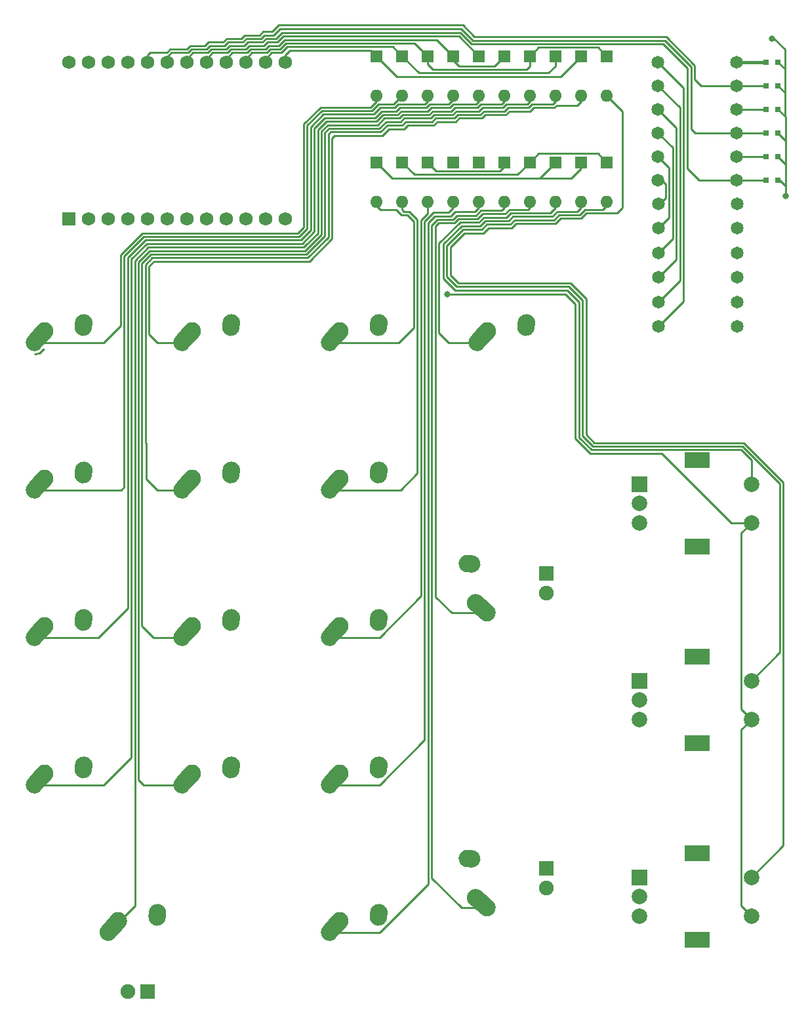
<source format=gtl>
%TF.GenerationSoftware,KiCad,Pcbnew,(5.1.10)-1*%
%TF.CreationDate,2021-10-28T11:13:53+08:00*%
%TF.ProjectId,EGPad,45475061-642e-46b6-9963-61645f706362,rev?*%
%TF.SameCoordinates,Original*%
%TF.FileFunction,Copper,L1,Top*%
%TF.FilePolarity,Positive*%
%FSLAX46Y46*%
G04 Gerber Fmt 4.6, Leading zero omitted, Abs format (unit mm)*
G04 Created by KiCad (PCBNEW (5.1.10)-1) date 2021-10-28 11:13:53*
%MOMM*%
%LPD*%
G01*
G04 APERTURE LIST*
%TA.AperFunction,ComponentPad*%
%ADD10C,2.250000*%
%TD*%
%TA.AperFunction,ComponentPad*%
%ADD11C,1.905000*%
%TD*%
%TA.AperFunction,ComponentPad*%
%ADD12R,1.905000X1.905000*%
%TD*%
%TA.AperFunction,ComponentPad*%
%ADD13R,1.600000X1.600000*%
%TD*%
%TA.AperFunction,ComponentPad*%
%ADD14O,1.600000X1.600000*%
%TD*%
%TA.AperFunction,ComponentPad*%
%ADD15C,1.752600*%
%TD*%
%TA.AperFunction,ComponentPad*%
%ADD16R,1.752600X1.752600*%
%TD*%
%TA.AperFunction,ComponentPad*%
%ADD17C,2.000000*%
%TD*%
%TA.AperFunction,WasherPad*%
%ADD18R,3.200000X2.000000*%
%TD*%
%TA.AperFunction,ComponentPad*%
%ADD19R,2.000000X2.000000*%
%TD*%
%TA.AperFunction,ComponentPad*%
%ADD20C,1.651000*%
%TD*%
%TA.AperFunction,SMDPad,CuDef*%
%ADD21R,0.800000X0.750000*%
%TD*%
%TA.AperFunction,ViaPad*%
%ADD22C,0.800000*%
%TD*%
%TA.AperFunction,Conductor*%
%ADD23C,0.254000*%
%TD*%
%TA.AperFunction,Conductor*%
%ADD24C,0.381000*%
%TD*%
G04 APERTURE END LIST*
D10*
%TO.P,MX15,2*%
%TO.N,Net-(D15-Pad2)*%
X157043750Y-69818750D03*
%TA.AperFunction,ComponentPad*%
G36*
G01*
X154980978Y-72114788D02*
X154980978Y-72114788D01*
G75*
G02*
X154897712Y-70525978I752772J836038D01*
G01*
X156210250Y-69068258D01*
G75*
G02*
X157799060Y-68984992I836038J-752772D01*
G01*
X157799060Y-68984992D01*
G75*
G02*
X157882326Y-70573802I-752772J-836038D01*
G01*
X156569788Y-72031522D01*
G75*
G02*
X154980978Y-72114788I-836038J752772D01*
G01*
G37*
%TD.AperFunction*%
%TO.P,MX15,1*%
%TO.N,COL4*%
X162083750Y-68738750D03*
%TA.AperFunction,ComponentPad*%
G36*
G01*
X161965274Y-70441010D02*
X161965274Y-70441010D01*
G75*
G02*
X160921490Y-69240274I78476J1122260D01*
G01*
X160962044Y-68660312D01*
G75*
G02*
X162162780Y-67616528I1122260J-78476D01*
G01*
X162162780Y-67616528D01*
G75*
G02*
X163206564Y-68817264I-78476J-1122260D01*
G01*
X163166010Y-69397226D01*
G75*
G02*
X161965274Y-70441010I-1122260J78476D01*
G01*
G37*
%TD.AperFunction*%
%TD*%
%TO.P,MX5,1*%
%TO.N,COL1*%
%TA.AperFunction,ComponentPad*%
G36*
G01*
X114340274Y-146641010D02*
X114340274Y-146641010D01*
G75*
G02*
X113296490Y-145440274I78476J1122260D01*
G01*
X113337044Y-144860312D01*
G75*
G02*
X114537780Y-143816528I1122260J-78476D01*
G01*
X114537780Y-143816528D01*
G75*
G02*
X115581564Y-145017264I-78476J-1122260D01*
G01*
X115541010Y-145597226D01*
G75*
G02*
X114340274Y-146641010I-1122260J78476D01*
G01*
G37*
%TD.AperFunction*%
X114458750Y-144938750D03*
%TO.P,MX5,2*%
%TO.N,Net-(D5-Pad2)*%
%TA.AperFunction,ComponentPad*%
G36*
G01*
X107355978Y-148314788D02*
X107355978Y-148314788D01*
G75*
G02*
X107272712Y-146725978I752772J836038D01*
G01*
X108585250Y-145268258D01*
G75*
G02*
X110174060Y-145184992I836038J-752772D01*
G01*
X110174060Y-145184992D01*
G75*
G02*
X110257326Y-146773802I-752772J-836038D01*
G01*
X108944788Y-148231522D01*
G75*
G02*
X107355978Y-148314788I-836038J752772D01*
G01*
G37*
%TD.AperFunction*%
X109418750Y-146018750D03*
D11*
%TO.P,MX5,3*%
%TO.N,N/C*%
X110648750Y-155098750D03*
D12*
%TO.P,MX5,4*%
X113188750Y-155098750D03*
%TD*%
%TO.P,MX17,1*%
%TO.N,COL4*%
%TA.AperFunction,ComponentPad*%
G36*
G01*
X156166010Y-138072226D02*
X156166010Y-138072226D01*
G75*
G02*
X154965274Y-139116010I-1122260J78476D01*
G01*
X154385312Y-139075456D01*
G75*
G02*
X153341528Y-137874720I78476J1122260D01*
G01*
X153341528Y-137874720D01*
G75*
G02*
X154542264Y-136830936I1122260J-78476D01*
G01*
X155122226Y-136871490D01*
G75*
G02*
X156166010Y-138072226I-78476J-1122260D01*
G01*
G37*
%TD.AperFunction*%
D10*
X154463750Y-137953750D03*
%TO.P,MX17,2*%
%TO.N,Net-(D17-Pad2)*%
%TA.AperFunction,ComponentPad*%
G36*
G01*
X157839788Y-145056522D02*
X157839788Y-145056522D01*
G75*
G02*
X156250978Y-145139788I-836038J752772D01*
G01*
X154793258Y-143827250D01*
G75*
G02*
X154709992Y-142238440I752772J836038D01*
G01*
X154709992Y-142238440D01*
G75*
G02*
X156298802Y-142155174I836038J-752772D01*
G01*
X157756522Y-143467712D01*
G75*
G02*
X157839788Y-145056522I-752772J-836038D01*
G01*
G37*
%TD.AperFunction*%
X155543750Y-142993750D03*
D11*
%TO.P,MX17,3*%
%TO.N,N/C*%
X164623750Y-141763750D03*
D12*
%TO.P,MX17,4*%
X164623750Y-139223750D03*
%TD*%
%TO.P,MX16,1*%
%TO.N,COL4*%
%TA.AperFunction,ComponentPad*%
G36*
G01*
X156166010Y-99972226D02*
X156166010Y-99972226D01*
G75*
G02*
X154965274Y-101016010I-1122260J78476D01*
G01*
X154385312Y-100975456D01*
G75*
G02*
X153341528Y-99774720I78476J1122260D01*
G01*
X153341528Y-99774720D01*
G75*
G02*
X154542264Y-98730936I1122260J-78476D01*
G01*
X155122226Y-98771490D01*
G75*
G02*
X156166010Y-99972226I-78476J-1122260D01*
G01*
G37*
%TD.AperFunction*%
D10*
X154463750Y-99853750D03*
%TO.P,MX16,2*%
%TO.N,Net-(D16-Pad2)*%
%TA.AperFunction,ComponentPad*%
G36*
G01*
X157839788Y-106956522D02*
X157839788Y-106956522D01*
G75*
G02*
X156250978Y-107039788I-836038J752772D01*
G01*
X154793258Y-105727250D01*
G75*
G02*
X154709992Y-104138440I752772J836038D01*
G01*
X154709992Y-104138440D01*
G75*
G02*
X156298802Y-104055174I836038J-752772D01*
G01*
X157756522Y-105367712D01*
G75*
G02*
X157839788Y-106956522I-752772J-836038D01*
G01*
G37*
%TD.AperFunction*%
X155543750Y-104893750D03*
D11*
%TO.P,MX16,3*%
%TO.N,N/C*%
X164623750Y-103663750D03*
D12*
%TO.P,MX16,4*%
X164623750Y-101123750D03*
%TD*%
D10*
%TO.P,MX11,2*%
%TO.N,Net-(D11-Pad2)*%
X137993750Y-69818750D03*
%TA.AperFunction,ComponentPad*%
G36*
G01*
X135930978Y-72114788D02*
X135930978Y-72114788D01*
G75*
G02*
X135847712Y-70525978I752772J836038D01*
G01*
X137160250Y-69068258D01*
G75*
G02*
X138749060Y-68984992I836038J-752772D01*
G01*
X138749060Y-68984992D01*
G75*
G02*
X138832326Y-70573802I-752772J-836038D01*
G01*
X137519788Y-72031522D01*
G75*
G02*
X135930978Y-72114788I-836038J752772D01*
G01*
G37*
%TD.AperFunction*%
%TO.P,MX11,1*%
%TO.N,COL3*%
X143033750Y-68738750D03*
%TA.AperFunction,ComponentPad*%
G36*
G01*
X142915274Y-70441010D02*
X142915274Y-70441010D01*
G75*
G02*
X141871490Y-69240274I78476J1122260D01*
G01*
X141912044Y-68660312D01*
G75*
G02*
X143112780Y-67616528I1122260J-78476D01*
G01*
X143112780Y-67616528D01*
G75*
G02*
X144156564Y-68817264I-78476J-1122260D01*
G01*
X144116010Y-69397226D01*
G75*
G02*
X142915274Y-70441010I-1122260J78476D01*
G01*
G37*
%TD.AperFunction*%
%TD*%
%TO.P,MX8,2*%
%TO.N,Net-(D8-Pad2)*%
X118943750Y-107918750D03*
%TA.AperFunction,ComponentPad*%
G36*
G01*
X116880978Y-110214788D02*
X116880978Y-110214788D01*
G75*
G02*
X116797712Y-108625978I752772J836038D01*
G01*
X118110250Y-107168258D01*
G75*
G02*
X119699060Y-107084992I836038J-752772D01*
G01*
X119699060Y-107084992D01*
G75*
G02*
X119782326Y-108673802I-752772J-836038D01*
G01*
X118469788Y-110131522D01*
G75*
G02*
X116880978Y-110214788I-836038J752772D01*
G01*
G37*
%TD.AperFunction*%
%TO.P,MX8,1*%
%TO.N,COL2*%
X123983750Y-106838750D03*
%TA.AperFunction,ComponentPad*%
G36*
G01*
X123865274Y-108541010D02*
X123865274Y-108541010D01*
G75*
G02*
X122821490Y-107340274I78476J1122260D01*
G01*
X122862044Y-106760312D01*
G75*
G02*
X124062780Y-105716528I1122260J-78476D01*
G01*
X124062780Y-105716528D01*
G75*
G02*
X125106564Y-106917264I-78476J-1122260D01*
G01*
X125066010Y-107497226D01*
G75*
G02*
X123865274Y-108541010I-1122260J78476D01*
G01*
G37*
%TD.AperFunction*%
%TD*%
%TO.P,MX4,2*%
%TO.N,Net-(D4-Pad2)*%
X99893750Y-126968750D03*
%TA.AperFunction,ComponentPad*%
G36*
G01*
X97830978Y-129264788D02*
X97830978Y-129264788D01*
G75*
G02*
X97747712Y-127675978I752772J836038D01*
G01*
X99060250Y-126218258D01*
G75*
G02*
X100649060Y-126134992I836038J-752772D01*
G01*
X100649060Y-126134992D01*
G75*
G02*
X100732326Y-127723802I-752772J-836038D01*
G01*
X99419788Y-129181522D01*
G75*
G02*
X97830978Y-129264788I-836038J752772D01*
G01*
G37*
%TD.AperFunction*%
%TO.P,MX4,1*%
%TO.N,COL1*%
X104933750Y-125888750D03*
%TA.AperFunction,ComponentPad*%
G36*
G01*
X104815274Y-127591010D02*
X104815274Y-127591010D01*
G75*
G02*
X103771490Y-126390274I78476J1122260D01*
G01*
X103812044Y-125810312D01*
G75*
G02*
X105012780Y-124766528I1122260J-78476D01*
G01*
X105012780Y-124766528D01*
G75*
G02*
X106056564Y-125967264I-78476J-1122260D01*
G01*
X106016010Y-126547226D01*
G75*
G02*
X104815274Y-127591010I-1122260J78476D01*
G01*
G37*
%TD.AperFunction*%
%TD*%
%TO.P,MX14,2*%
%TO.N,Net-(D14-Pad2)*%
X137993750Y-126968750D03*
%TA.AperFunction,ComponentPad*%
G36*
G01*
X135930978Y-129264788D02*
X135930978Y-129264788D01*
G75*
G02*
X135847712Y-127675978I752772J836038D01*
G01*
X137160250Y-126218258D01*
G75*
G02*
X138749060Y-126134992I836038J-752772D01*
G01*
X138749060Y-126134992D01*
G75*
G02*
X138832326Y-127723802I-752772J-836038D01*
G01*
X137519788Y-129181522D01*
G75*
G02*
X135930978Y-129264788I-836038J752772D01*
G01*
G37*
%TD.AperFunction*%
%TO.P,MX14,1*%
%TO.N,COL3*%
X143033750Y-125888750D03*
%TA.AperFunction,ComponentPad*%
G36*
G01*
X142915274Y-127591010D02*
X142915274Y-127591010D01*
G75*
G02*
X141871490Y-126390274I78476J1122260D01*
G01*
X141912044Y-125810312D01*
G75*
G02*
X143112780Y-124766528I1122260J-78476D01*
G01*
X143112780Y-124766528D01*
G75*
G02*
X144156564Y-125967264I-78476J-1122260D01*
G01*
X144116010Y-126547226D01*
G75*
G02*
X142915274Y-127591010I-1122260J78476D01*
G01*
G37*
%TD.AperFunction*%
%TD*%
%TO.P,MX13,2*%
%TO.N,Net-(D13-Pad2)*%
X137993750Y-107918750D03*
%TA.AperFunction,ComponentPad*%
G36*
G01*
X135930978Y-110214788D02*
X135930978Y-110214788D01*
G75*
G02*
X135847712Y-108625978I752772J836038D01*
G01*
X137160250Y-107168258D01*
G75*
G02*
X138749060Y-107084992I836038J-752772D01*
G01*
X138749060Y-107084992D01*
G75*
G02*
X138832326Y-108673802I-752772J-836038D01*
G01*
X137519788Y-110131522D01*
G75*
G02*
X135930978Y-110214788I-836038J752772D01*
G01*
G37*
%TD.AperFunction*%
%TO.P,MX13,1*%
%TO.N,COL3*%
X143033750Y-106838750D03*
%TA.AperFunction,ComponentPad*%
G36*
G01*
X142915274Y-108541010D02*
X142915274Y-108541010D01*
G75*
G02*
X141871490Y-107340274I78476J1122260D01*
G01*
X141912044Y-106760312D01*
G75*
G02*
X143112780Y-105716528I1122260J-78476D01*
G01*
X143112780Y-105716528D01*
G75*
G02*
X144156564Y-106917264I-78476J-1122260D01*
G01*
X144116010Y-107497226D01*
G75*
G02*
X142915274Y-108541010I-1122260J78476D01*
G01*
G37*
%TD.AperFunction*%
%TD*%
%TO.P,MX12,2*%
%TO.N,Net-(D12-Pad2)*%
X137993750Y-88868750D03*
%TA.AperFunction,ComponentPad*%
G36*
G01*
X135930978Y-91164788D02*
X135930978Y-91164788D01*
G75*
G02*
X135847712Y-89575978I752772J836038D01*
G01*
X137160250Y-88118258D01*
G75*
G02*
X138749060Y-88034992I836038J-752772D01*
G01*
X138749060Y-88034992D01*
G75*
G02*
X138832326Y-89623802I-752772J-836038D01*
G01*
X137519788Y-91081522D01*
G75*
G02*
X135930978Y-91164788I-836038J752772D01*
G01*
G37*
%TD.AperFunction*%
%TO.P,MX12,1*%
%TO.N,COL3*%
X143033750Y-87788750D03*
%TA.AperFunction,ComponentPad*%
G36*
G01*
X142915274Y-89491010D02*
X142915274Y-89491010D01*
G75*
G02*
X141871490Y-88290274I78476J1122260D01*
G01*
X141912044Y-87710312D01*
G75*
G02*
X143112780Y-86666528I1122260J-78476D01*
G01*
X143112780Y-86666528D01*
G75*
G02*
X144156564Y-87867264I-78476J-1122260D01*
G01*
X144116010Y-88447226D01*
G75*
G02*
X142915274Y-89491010I-1122260J78476D01*
G01*
G37*
%TD.AperFunction*%
%TD*%
%TO.P,MX10,2*%
%TO.N,Net-(D10-Pad2)*%
X137993750Y-146018750D03*
%TA.AperFunction,ComponentPad*%
G36*
G01*
X135930978Y-148314788D02*
X135930978Y-148314788D01*
G75*
G02*
X135847712Y-146725978I752772J836038D01*
G01*
X137160250Y-145268258D01*
G75*
G02*
X138749060Y-145184992I836038J-752772D01*
G01*
X138749060Y-145184992D01*
G75*
G02*
X138832326Y-146773802I-752772J-836038D01*
G01*
X137519788Y-148231522D01*
G75*
G02*
X135930978Y-148314788I-836038J752772D01*
G01*
G37*
%TD.AperFunction*%
%TO.P,MX10,1*%
%TO.N,COL2*%
X143033750Y-144938750D03*
%TA.AperFunction,ComponentPad*%
G36*
G01*
X142915274Y-146641010D02*
X142915274Y-146641010D01*
G75*
G02*
X141871490Y-145440274I78476J1122260D01*
G01*
X141912044Y-144860312D01*
G75*
G02*
X143112780Y-143816528I1122260J-78476D01*
G01*
X143112780Y-143816528D01*
G75*
G02*
X144156564Y-145017264I-78476J-1122260D01*
G01*
X144116010Y-145597226D01*
G75*
G02*
X142915274Y-146641010I-1122260J78476D01*
G01*
G37*
%TD.AperFunction*%
%TD*%
%TO.P,MX9,2*%
%TO.N,Net-(D9-Pad2)*%
X118943750Y-126968750D03*
%TA.AperFunction,ComponentPad*%
G36*
G01*
X116880978Y-129264788D02*
X116880978Y-129264788D01*
G75*
G02*
X116797712Y-127675978I752772J836038D01*
G01*
X118110250Y-126218258D01*
G75*
G02*
X119699060Y-126134992I836038J-752772D01*
G01*
X119699060Y-126134992D01*
G75*
G02*
X119782326Y-127723802I-752772J-836038D01*
G01*
X118469788Y-129181522D01*
G75*
G02*
X116880978Y-129264788I-836038J752772D01*
G01*
G37*
%TD.AperFunction*%
%TO.P,MX9,1*%
%TO.N,COL2*%
X123983750Y-125888750D03*
%TA.AperFunction,ComponentPad*%
G36*
G01*
X123865274Y-127591010D02*
X123865274Y-127591010D01*
G75*
G02*
X122821490Y-126390274I78476J1122260D01*
G01*
X122862044Y-125810312D01*
G75*
G02*
X124062780Y-124766528I1122260J-78476D01*
G01*
X124062780Y-124766528D01*
G75*
G02*
X125106564Y-125967264I-78476J-1122260D01*
G01*
X125066010Y-126547226D01*
G75*
G02*
X123865274Y-127591010I-1122260J78476D01*
G01*
G37*
%TD.AperFunction*%
%TD*%
%TO.P,MX7,2*%
%TO.N,Net-(D7-Pad2)*%
X118943750Y-88868750D03*
%TA.AperFunction,ComponentPad*%
G36*
G01*
X116880978Y-91164788D02*
X116880978Y-91164788D01*
G75*
G02*
X116797712Y-89575978I752772J836038D01*
G01*
X118110250Y-88118258D01*
G75*
G02*
X119699060Y-88034992I836038J-752772D01*
G01*
X119699060Y-88034992D01*
G75*
G02*
X119782326Y-89623802I-752772J-836038D01*
G01*
X118469788Y-91081522D01*
G75*
G02*
X116880978Y-91164788I-836038J752772D01*
G01*
G37*
%TD.AperFunction*%
%TO.P,MX7,1*%
%TO.N,COL2*%
X123983750Y-87788750D03*
%TA.AperFunction,ComponentPad*%
G36*
G01*
X123865274Y-89491010D02*
X123865274Y-89491010D01*
G75*
G02*
X122821490Y-88290274I78476J1122260D01*
G01*
X122862044Y-87710312D01*
G75*
G02*
X124062780Y-86666528I1122260J-78476D01*
G01*
X124062780Y-86666528D01*
G75*
G02*
X125106564Y-87867264I-78476J-1122260D01*
G01*
X125066010Y-88447226D01*
G75*
G02*
X123865274Y-89491010I-1122260J78476D01*
G01*
G37*
%TD.AperFunction*%
%TD*%
%TO.P,MX6,2*%
%TO.N,Net-(D6-Pad2)*%
X118943750Y-69818750D03*
%TA.AperFunction,ComponentPad*%
G36*
G01*
X116880978Y-72114788D02*
X116880978Y-72114788D01*
G75*
G02*
X116797712Y-70525978I752772J836038D01*
G01*
X118110250Y-69068258D01*
G75*
G02*
X119699060Y-68984992I836038J-752772D01*
G01*
X119699060Y-68984992D01*
G75*
G02*
X119782326Y-70573802I-752772J-836038D01*
G01*
X118469788Y-72031522D01*
G75*
G02*
X116880978Y-72114788I-836038J752772D01*
G01*
G37*
%TD.AperFunction*%
%TO.P,MX6,1*%
%TO.N,COL2*%
X123983750Y-68738750D03*
%TA.AperFunction,ComponentPad*%
G36*
G01*
X123865274Y-70441010D02*
X123865274Y-70441010D01*
G75*
G02*
X122821490Y-69240274I78476J1122260D01*
G01*
X122862044Y-68660312D01*
G75*
G02*
X124062780Y-67616528I1122260J-78476D01*
G01*
X124062780Y-67616528D01*
G75*
G02*
X125106564Y-68817264I-78476J-1122260D01*
G01*
X125066010Y-69397226D01*
G75*
G02*
X123865274Y-70441010I-1122260J78476D01*
G01*
G37*
%TD.AperFunction*%
%TD*%
%TO.P,MX3,2*%
%TO.N,Net-(D3-Pad2)*%
X99893750Y-107918750D03*
%TA.AperFunction,ComponentPad*%
G36*
G01*
X97830978Y-110214788D02*
X97830978Y-110214788D01*
G75*
G02*
X97747712Y-108625978I752772J836038D01*
G01*
X99060250Y-107168258D01*
G75*
G02*
X100649060Y-107084992I836038J-752772D01*
G01*
X100649060Y-107084992D01*
G75*
G02*
X100732326Y-108673802I-752772J-836038D01*
G01*
X99419788Y-110131522D01*
G75*
G02*
X97830978Y-110214788I-836038J752772D01*
G01*
G37*
%TD.AperFunction*%
%TO.P,MX3,1*%
%TO.N,COL1*%
X104933750Y-106838750D03*
%TA.AperFunction,ComponentPad*%
G36*
G01*
X104815274Y-108541010D02*
X104815274Y-108541010D01*
G75*
G02*
X103771490Y-107340274I78476J1122260D01*
G01*
X103812044Y-106760312D01*
G75*
G02*
X105012780Y-105716528I1122260J-78476D01*
G01*
X105012780Y-105716528D01*
G75*
G02*
X106056564Y-106917264I-78476J-1122260D01*
G01*
X106016010Y-107497226D01*
G75*
G02*
X104815274Y-108541010I-1122260J78476D01*
G01*
G37*
%TD.AperFunction*%
%TD*%
%TO.P,MX2,2*%
%TO.N,Net-(D2-Pad2)*%
X99893750Y-88868750D03*
%TA.AperFunction,ComponentPad*%
G36*
G01*
X97830978Y-91164788D02*
X97830978Y-91164788D01*
G75*
G02*
X97747712Y-89575978I752772J836038D01*
G01*
X99060250Y-88118258D01*
G75*
G02*
X100649060Y-88034992I836038J-752772D01*
G01*
X100649060Y-88034992D01*
G75*
G02*
X100732326Y-89623802I-752772J-836038D01*
G01*
X99419788Y-91081522D01*
G75*
G02*
X97830978Y-91164788I-836038J752772D01*
G01*
G37*
%TD.AperFunction*%
%TO.P,MX2,1*%
%TO.N,COL1*%
X104933750Y-87788750D03*
%TA.AperFunction,ComponentPad*%
G36*
G01*
X104815274Y-89491010D02*
X104815274Y-89491010D01*
G75*
G02*
X103771490Y-88290274I78476J1122260D01*
G01*
X103812044Y-87710312D01*
G75*
G02*
X105012780Y-86666528I1122260J-78476D01*
G01*
X105012780Y-86666528D01*
G75*
G02*
X106056564Y-87867264I-78476J-1122260D01*
G01*
X106016010Y-88447226D01*
G75*
G02*
X104815274Y-89491010I-1122260J78476D01*
G01*
G37*
%TD.AperFunction*%
%TD*%
%TO.P,MX1,2*%
%TO.N,Net-(D1-Pad2)*%
X99893750Y-69818750D03*
%TA.AperFunction,ComponentPad*%
G36*
G01*
X97830978Y-72114788D02*
X97830978Y-72114788D01*
G75*
G02*
X97747712Y-70525978I752772J836038D01*
G01*
X99060250Y-69068258D01*
G75*
G02*
X100649060Y-68984992I836038J-752772D01*
G01*
X100649060Y-68984992D01*
G75*
G02*
X100732326Y-70573802I-752772J-836038D01*
G01*
X99419788Y-72031522D01*
G75*
G02*
X97830978Y-72114788I-836038J752772D01*
G01*
G37*
%TD.AperFunction*%
%TO.P,MX1,1*%
%TO.N,COL1*%
X104933750Y-68738750D03*
%TA.AperFunction,ComponentPad*%
G36*
G01*
X104815274Y-70441010D02*
X104815274Y-70441010D01*
G75*
G02*
X103771490Y-69240274I78476J1122260D01*
G01*
X103812044Y-68660312D01*
G75*
G02*
X105012780Y-67616528I1122260J-78476D01*
G01*
X105012780Y-67616528D01*
G75*
G02*
X106056564Y-68817264I-78476J-1122260D01*
G01*
X106016010Y-69397226D01*
G75*
G02*
X104815274Y-70441010I-1122260J78476D01*
G01*
G37*
%TD.AperFunction*%
%TD*%
D13*
%TO.P,D20,1*%
%TO.N,ROW3*%
X172466000Y-34290000D03*
D14*
%TO.P,D20,2*%
%TO.N,Net-(D20-Pad2)*%
X172466000Y-39370000D03*
%TD*%
D13*
%TO.P,D19,1*%
%TO.N,ROW2*%
X172466000Y-48006000D03*
D14*
%TO.P,D19,2*%
%TO.N,Net-(D19-Pad2)*%
X172466000Y-53086000D03*
%TD*%
D13*
%TO.P,D18,1*%
%TO.N,ROW1*%
X169164000Y-48006000D03*
D14*
%TO.P,D18,2*%
%TO.N,Net-(D18-Pad2)*%
X169164000Y-53086000D03*
%TD*%
D13*
%TO.P,D17,1*%
%TO.N,ROW3*%
X159258000Y-48006000D03*
D14*
%TO.P,D17,2*%
%TO.N,Net-(D17-Pad2)*%
X159258000Y-53086000D03*
%TD*%
D13*
%TO.P,D16,1*%
%TO.N,ROW2*%
X162560000Y-48006000D03*
D14*
%TO.P,D16,2*%
%TO.N,Net-(D16-Pad2)*%
X162560000Y-53086000D03*
%TD*%
D13*
%TO.P,D15,1*%
%TO.N,ROW1*%
X165862000Y-48006000D03*
D14*
%TO.P,D15,2*%
%TO.N,Net-(D15-Pad2)*%
X165862000Y-53086000D03*
%TD*%
%TO.P,D14,2*%
%TO.N,Net-(D14-Pad2)*%
X152654000Y-53086000D03*
D13*
%TO.P,D14,1*%
%TO.N,ROW4*%
X152654000Y-48006000D03*
%TD*%
%TO.P,D13,1*%
%TO.N,ROW3*%
X149352000Y-48006000D03*
D14*
%TO.P,D13,2*%
%TO.N,Net-(D13-Pad2)*%
X149352000Y-53086000D03*
%TD*%
D13*
%TO.P,D12,1*%
%TO.N,ROW2*%
X146050000Y-48006000D03*
D14*
%TO.P,D12,2*%
%TO.N,Net-(D12-Pad2)*%
X146050000Y-53086000D03*
%TD*%
D13*
%TO.P,D11,1*%
%TO.N,ROW1*%
X142748000Y-48006000D03*
D14*
%TO.P,D11,2*%
%TO.N,Net-(D11-Pad2)*%
X142748000Y-53086000D03*
%TD*%
D13*
%TO.P,D10,1*%
%TO.N,ROW5*%
X155956000Y-48006000D03*
D14*
%TO.P,D10,2*%
%TO.N,Net-(D10-Pad2)*%
X155956000Y-53086000D03*
%TD*%
D13*
%TO.P,D9,1*%
%TO.N,ROW4*%
X159258000Y-34290000D03*
D14*
%TO.P,D9,2*%
%TO.N,Net-(D9-Pad2)*%
X159258000Y-39370000D03*
%TD*%
D13*
%TO.P,D8,1*%
%TO.N,ROW3*%
X162560000Y-34290000D03*
D14*
%TO.P,D8,2*%
%TO.N,Net-(D8-Pad2)*%
X162560000Y-39370000D03*
%TD*%
D13*
%TO.P,D7,1*%
%TO.N,ROW2*%
X165862000Y-34290000D03*
D14*
%TO.P,D7,2*%
%TO.N,Net-(D7-Pad2)*%
X165862000Y-39370000D03*
%TD*%
D13*
%TO.P,D6,1*%
%TO.N,ROW1*%
X169164000Y-34290000D03*
D14*
%TO.P,D6,2*%
%TO.N,Net-(D6-Pad2)*%
X169164000Y-39370000D03*
%TD*%
D13*
%TO.P,D5,1*%
%TO.N,ROW5*%
X155956000Y-34290000D03*
D14*
%TO.P,D5,2*%
%TO.N,Net-(D5-Pad2)*%
X155956000Y-39370000D03*
%TD*%
D13*
%TO.P,D4,1*%
%TO.N,ROW4*%
X152654000Y-34290000D03*
D14*
%TO.P,D4,2*%
%TO.N,Net-(D4-Pad2)*%
X152654000Y-39370000D03*
%TD*%
D13*
%TO.P,D3,1*%
%TO.N,ROW3*%
X149352000Y-34290000D03*
D14*
%TO.P,D3,2*%
%TO.N,Net-(D3-Pad2)*%
X149352000Y-39370000D03*
%TD*%
D13*
%TO.P,D2,1*%
%TO.N,ROW2*%
X146050000Y-34290000D03*
D14*
%TO.P,D2,2*%
%TO.N,Net-(D2-Pad2)*%
X146050000Y-39370000D03*
%TD*%
D13*
%TO.P,D1,1*%
%TO.N,ROW1*%
X142748000Y-34290000D03*
D14*
%TO.P,D1,2*%
%TO.N,Net-(D1-Pad2)*%
X142748000Y-39370000D03*
%TD*%
D15*
%TO.P,U1,24*%
%TO.N,Net-(U1-Pad24)*%
X103033610Y-35040202D03*
%TO.P,U1,12*%
%TO.N,COL5*%
X130973610Y-55280202D03*
%TO.P,U1,23*%
%TO.N,GND*%
X105573610Y-35040202D03*
%TO.P,U1,22*%
%TO.N,Net-(U1-Pad22)*%
X108113610Y-35040202D03*
%TO.P,U1,21*%
%TO.N,VCC*%
X110653610Y-35040202D03*
%TO.P,U1,20*%
%TO.N,B1*%
X113193610Y-35040202D03*
%TO.P,U1,19*%
%TO.N,B2*%
X115733610Y-35040202D03*
%TO.P,U1,18*%
%TO.N,B3*%
X118273610Y-35040202D03*
%TO.P,U1,17*%
%TO.N,ROW5*%
X120813610Y-35040202D03*
%TO.P,U1,16*%
%TO.N,ROW4*%
X123353610Y-35040202D03*
%TO.P,U1,15*%
%TO.N,ROW3*%
X125893610Y-35040202D03*
%TO.P,U1,14*%
%TO.N,ROW2*%
X128433610Y-35040202D03*
%TO.P,U1,13*%
%TO.N,ROW1*%
X130973610Y-35040202D03*
%TO.P,U1,11*%
%TO.N,COL4*%
X128433610Y-55280202D03*
%TO.P,U1,10*%
%TO.N,COL3*%
X125893610Y-55280202D03*
%TO.P,U1,9*%
%TO.N,COL2*%
X123353610Y-55280202D03*
%TO.P,U1,8*%
%TO.N,COL1*%
X120813610Y-55280202D03*
%TO.P,U1,7*%
%TO.N,A3*%
X118273610Y-55280202D03*
%TO.P,U1,6*%
%TO.N,A2*%
X115733610Y-55280202D03*
%TO.P,U1,5*%
%TO.N,A1*%
X113193610Y-55280202D03*
%TO.P,U1,4*%
%TO.N,Net-(U1-Pad4)*%
X110653610Y-55280202D03*
%TO.P,U1,3*%
%TO.N,Net-(U1-Pad3)*%
X108113610Y-55280202D03*
%TO.P,U1,2*%
%TO.N,Net-(U1-Pad2)*%
X105573610Y-55280202D03*
D16*
%TO.P,U1,1*%
%TO.N,Net-(U1-Pad1)*%
X103033610Y-55280202D03*
%TD*%
D17*
%TO.P,SW3,S1*%
%TO.N,COL5*%
X191150000Y-145375000D03*
%TO.P,SW3,S2*%
%TO.N,Net-(D20-Pad2)*%
X191150000Y-140375000D03*
D18*
%TO.P,SW3,*%
%TO.N,*%
X184150000Y-148475000D03*
X184150000Y-137275000D03*
D17*
%TO.P,SW3,B*%
%TO.N,Net-(R12-Pad2)*%
X176650000Y-145375000D03*
%TO.P,SW3,C*%
%TO.N,GND*%
X176650000Y-142875000D03*
D19*
%TO.P,SW3,A*%
%TO.N,Net-(R11-Pad2)*%
X176650000Y-140375000D03*
%TD*%
D17*
%TO.P,SW2,S1*%
%TO.N,COL5*%
X191150000Y-119975000D03*
%TO.P,SW2,S2*%
%TO.N,Net-(D19-Pad2)*%
X191150000Y-114975000D03*
D18*
%TO.P,SW2,*%
%TO.N,*%
X184150000Y-123075000D03*
X184150000Y-111875000D03*
D17*
%TO.P,SW2,B*%
%TO.N,Net-(R10-Pad2)*%
X176650000Y-119975000D03*
%TO.P,SW2,C*%
%TO.N,GND*%
X176650000Y-117475000D03*
D19*
%TO.P,SW2,A*%
%TO.N,Net-(R3-Pad2)*%
X176650000Y-114975000D03*
%TD*%
D17*
%TO.P,SW1,S1*%
%TO.N,COL5*%
X191150000Y-94575000D03*
%TO.P,SW1,S2*%
%TO.N,Net-(D18-Pad2)*%
X191150000Y-89575000D03*
D18*
%TO.P,SW1,*%
%TO.N,*%
X184150000Y-97675000D03*
X184150000Y-86475000D03*
D17*
%TO.P,SW1,B*%
%TO.N,Net-(R2-Pad2)*%
X176650000Y-94575000D03*
%TO.P,SW1,C*%
%TO.N,GND*%
X176650000Y-92075000D03*
D19*
%TO.P,SW1,A*%
%TO.N,Net-(R1-Pad2)*%
X176650000Y-89575000D03*
%TD*%
D20*
%TO.P,R12,1*%
%TO.N,VCC*%
X189293500Y-53340000D03*
%TO.P,R12,2*%
%TO.N,Net-(R12-Pad2)*%
X179133500Y-53340000D03*
%TD*%
%TO.P,R11,1*%
%TO.N,VCC*%
X189293500Y-56515000D03*
%TO.P,R11,2*%
%TO.N,Net-(R11-Pad2)*%
X179133500Y-56515000D03*
%TD*%
%TO.P,R10,1*%
%TO.N,VCC*%
X189293500Y-59690000D03*
%TO.P,R10,2*%
%TO.N,Net-(R10-Pad2)*%
X179133500Y-59690000D03*
%TD*%
%TO.P,R9,1*%
%TO.N,VCC*%
X189293500Y-62865000D03*
%TO.P,R9,2*%
%TO.N,Net-(R3-Pad2)*%
X179133500Y-62865000D03*
%TD*%
%TO.P,R8,1*%
%TO.N,VCC*%
X189293500Y-66040000D03*
%TO.P,R8,2*%
%TO.N,Net-(R2-Pad2)*%
X179133500Y-66040000D03*
%TD*%
%TO.P,R7,1*%
%TO.N,VCC*%
X189293500Y-69215000D03*
%TO.P,R7,2*%
%TO.N,Net-(R1-Pad2)*%
X179133500Y-69215000D03*
%TD*%
%TO.P,R6,1*%
%TO.N,B3*%
X189230000Y-50292000D03*
%TO.P,R6,2*%
%TO.N,Net-(R12-Pad2)*%
X179070000Y-50292000D03*
%TD*%
%TO.P,R5,1*%
%TO.N,A3*%
X189230000Y-47244000D03*
%TO.P,R5,2*%
%TO.N,Net-(R11-Pad2)*%
X179070000Y-47244000D03*
%TD*%
%TO.P,R4,1*%
%TO.N,B2*%
X189230000Y-44196000D03*
%TO.P,R4,2*%
%TO.N,Net-(R10-Pad2)*%
X179070000Y-44196000D03*
%TD*%
%TO.P,R3,1*%
%TO.N,A2*%
X189230000Y-41148000D03*
%TO.P,R3,2*%
%TO.N,Net-(R3-Pad2)*%
X179070000Y-41148000D03*
%TD*%
%TO.P,R2,1*%
%TO.N,B1*%
X189230000Y-38100000D03*
%TO.P,R2,2*%
%TO.N,Net-(R2-Pad2)*%
X179070000Y-38100000D03*
%TD*%
%TO.P,R1,1*%
%TO.N,A1*%
X189230000Y-35052000D03*
%TO.P,R1,2*%
%TO.N,Net-(R1-Pad2)*%
X179070000Y-35052000D03*
%TD*%
D21*
%TO.P,C6,2*%
%TO.N,GND*%
X194552000Y-50292000D03*
%TO.P,C6,1*%
%TO.N,B3*%
X193052000Y-50292000D03*
%TD*%
%TO.P,C5,2*%
%TO.N,GND*%
X194552000Y-47244000D03*
%TO.P,C5,1*%
%TO.N,A3*%
X193052000Y-47244000D03*
%TD*%
%TO.P,C4,2*%
%TO.N,GND*%
X194552000Y-44196000D03*
%TO.P,C4,1*%
%TO.N,B2*%
X193052000Y-44196000D03*
%TD*%
%TO.P,C3,2*%
%TO.N,GND*%
X194552000Y-41148000D03*
%TO.P,C3,1*%
%TO.N,A2*%
X193052000Y-41148000D03*
%TD*%
%TO.P,C2,2*%
%TO.N,GND*%
X194552000Y-38100000D03*
%TO.P,C2,1*%
%TO.N,B1*%
X193052000Y-38100000D03*
%TD*%
%TO.P,C1,2*%
%TO.N,GND*%
X194552000Y-35052000D03*
%TO.P,C1,1*%
%TO.N,A1*%
X193052000Y-35052000D03*
%TD*%
D22*
%TO.N,GND*%
X195580000Y-52324000D03*
X193802000Y-32004000D03*
%TO.N,COL5*%
X151892000Y-65024000D03*
%TD*%
D23*
%TO.N,*%
X99765750Y-72136000D02*
X99260360Y-72697292D01*
X99822000Y-72136000D02*
X99765750Y-72136000D01*
X99260360Y-72697292D02*
X98659743Y-72728768D01*
%TO.N,Net-(D1-Pad2)*%
X98583750Y-71278750D02*
X107537250Y-71278750D01*
X107537250Y-71278750D02*
X109728000Y-69088000D01*
X109728000Y-69088000D02*
X109728000Y-59944000D01*
X109728000Y-59944000D02*
X112522000Y-57150000D01*
X112522000Y-57150000D02*
X132588000Y-57150000D01*
X132588000Y-57150000D02*
X133350000Y-56388000D01*
X142748000Y-40132000D02*
X142748000Y-39370000D01*
X141986000Y-40894000D02*
X142748000Y-40132000D01*
X133350000Y-43060066D02*
X135516066Y-40894000D01*
X133350000Y-56388000D02*
X133350000Y-43060066D01*
X135516066Y-40894000D02*
X141986000Y-40894000D01*
%TO.N,ROW1*%
X166531970Y-36922030D02*
X169164000Y-34290000D01*
X145380030Y-36922030D02*
X166531970Y-36922030D01*
X142748000Y-34290000D02*
X145380030Y-36922030D01*
X144783021Y-50041021D02*
X142748000Y-48006000D01*
X163826979Y-50041021D02*
X144783021Y-50041021D01*
X165862000Y-48006000D02*
X163826979Y-50041021D01*
X169164000Y-48006000D02*
X169164000Y-48768000D01*
X167890979Y-50041021D02*
X163826979Y-50041021D01*
X169164000Y-48768000D02*
X167890979Y-50041021D01*
X142748000Y-34290000D02*
X142748000Y-34036000D01*
X131572000Y-33528000D02*
X130973610Y-34126390D01*
X130973610Y-34126390D02*
X130973610Y-35040202D01*
X141986000Y-33528000D02*
X131572000Y-33528000D01*
X142748000Y-34290000D02*
X141986000Y-33528000D01*
%TO.N,Net-(D2-Pad2)*%
X132776057Y-57604009D02*
X133804010Y-56576057D01*
X112710056Y-57604010D02*
X132776057Y-57604009D01*
X110182010Y-60132056D02*
X112710056Y-57604010D01*
X110182010Y-89969990D02*
X110182010Y-60132056D01*
X109823250Y-90328750D02*
X110182010Y-89969990D01*
X98583750Y-90328750D02*
X109823250Y-90328750D01*
X144922999Y-40497001D02*
X146050000Y-39370000D01*
X143025066Y-40497001D02*
X144922999Y-40497001D01*
X142174057Y-41348010D02*
X143025066Y-40497001D01*
X133804010Y-56576057D02*
X133804010Y-43248122D01*
X135704122Y-41348010D02*
X142174057Y-41348010D01*
X133804010Y-43248122D02*
X135704122Y-41348010D01*
%TO.N,ROW2*%
X148228020Y-36468020D02*
X164953980Y-36468020D01*
X146050000Y-34290000D02*
X148228020Y-36468020D01*
X165862000Y-35560000D02*
X165862000Y-34290000D01*
X164953980Y-36468020D02*
X165862000Y-35560000D01*
X147631011Y-49587011D02*
X146050000Y-48006000D01*
X160978989Y-49587011D02*
X147631011Y-49587011D01*
X162560000Y-48006000D02*
X160978989Y-49587011D01*
X163687001Y-46878999D02*
X162560000Y-48006000D01*
X171338999Y-46878999D02*
X163687001Y-46878999D01*
X172466000Y-48006000D02*
X171338999Y-46878999D01*
X144833990Y-33073990D02*
X131264010Y-33073990D01*
X146050000Y-34290000D02*
X144833990Y-33073990D01*
X130501099Y-33836901D02*
X129231099Y-33836901D01*
X131264010Y-33073990D02*
X130501099Y-33836901D01*
X128433610Y-34634390D02*
X128433610Y-35040202D01*
X129231099Y-33836901D02*
X128433610Y-34634390D01*
%TO.N,Net-(D3-Pad2)*%
X98583750Y-109378750D02*
X106838750Y-109378750D01*
X106838750Y-109378750D02*
X110636020Y-105581480D01*
X110636020Y-105581480D02*
X110636020Y-60320112D01*
X110636020Y-60320112D02*
X112898114Y-58058018D01*
X132964114Y-58058018D02*
X134258020Y-56764114D01*
X112898114Y-58058018D02*
X132964114Y-58058018D01*
X134258020Y-56764114D02*
X134258020Y-43436178D01*
X142362114Y-41802020D02*
X143213123Y-40951011D01*
X135892178Y-41802020D02*
X142362114Y-41802020D01*
X134258020Y-43436178D02*
X135892178Y-41802020D01*
X145565066Y-40497001D02*
X148986999Y-40497001D01*
X145111056Y-40951011D02*
X145565066Y-40497001D01*
X143213123Y-40951011D02*
X145111056Y-40951011D01*
X149352000Y-40132000D02*
X149352000Y-39370000D01*
X148986999Y-40497001D02*
X149352000Y-40132000D01*
%TO.N,ROW3*%
X162560000Y-35560000D02*
X162560000Y-34290000D01*
X162105990Y-36014010D02*
X162560000Y-35560000D01*
X149352000Y-34290000D02*
X149352000Y-35306000D01*
X150060010Y-36014010D02*
X162105990Y-36014010D01*
X149352000Y-35306000D02*
X150060010Y-36014010D01*
X159258000Y-48006000D02*
X159258000Y-48514000D01*
X150479001Y-49133001D02*
X149352000Y-48006000D01*
X158638999Y-49133001D02*
X150479001Y-49133001D01*
X159258000Y-48514000D02*
X158638999Y-49133001D01*
X163687001Y-33162999D02*
X162560000Y-34290000D01*
X171338999Y-33162999D02*
X163687001Y-33162999D01*
X172466000Y-34290000D02*
X171338999Y-33162999D01*
X126691099Y-33836901D02*
X125893610Y-34634390D01*
X128589032Y-33836901D02*
X126691099Y-33836901D01*
X125893610Y-34634390D02*
X125893610Y-35040202D01*
X129043042Y-33382891D02*
X128589032Y-33836901D01*
X130313042Y-33382891D02*
X129043042Y-33382891D01*
X131075953Y-32619980D02*
X130313042Y-33382891D01*
X147681980Y-32619980D02*
X131075953Y-32619980D01*
X149352000Y-34290000D02*
X147681980Y-32619980D01*
%TO.N,Net-(D6-Pad2)*%
X168656000Y-40640000D02*
X169164000Y-40132000D01*
X165996067Y-40640000D02*
X168656000Y-40640000D01*
X165685056Y-40951011D02*
X165996067Y-40640000D01*
X163025123Y-40951011D02*
X165685056Y-40951011D01*
X162571113Y-41405021D02*
X163025123Y-40951011D01*
X159911180Y-41405021D02*
X162571113Y-41405021D01*
X153429294Y-42313041D02*
X156343227Y-42313041D01*
X169164000Y-40132000D02*
X169164000Y-39370000D01*
X150569351Y-42767051D02*
X152975284Y-42767051D01*
X117633750Y-71278750D02*
X114458750Y-71278750D01*
X114458750Y-71278750D02*
X113376030Y-70196030D01*
X114010498Y-60798030D02*
X134076504Y-60798030D01*
X159457170Y-41859031D02*
X159911180Y-41405021D01*
X113376030Y-70196030D02*
X113376030Y-61432498D01*
X156343227Y-42313041D02*
X156797237Y-41859031D01*
X113376030Y-61432498D02*
X114010498Y-60798030D01*
X150115341Y-43221061D02*
X150569351Y-42767051D01*
X143474505Y-44542030D02*
X144341464Y-43675071D01*
X146316929Y-43675071D02*
X146770939Y-43221061D01*
X156797237Y-41859031D02*
X159457170Y-41859031D01*
X144341464Y-43675071D02*
X146316929Y-43675071D01*
X152975284Y-42767051D02*
X153429294Y-42313041D01*
X134076504Y-60798030D02*
X136998030Y-57876505D01*
X146770939Y-43221061D02*
X150115341Y-43221061D01*
X136998030Y-44865970D02*
X137321970Y-44542030D01*
X136998030Y-57876505D02*
X136998030Y-44865970D01*
X137321970Y-44542030D02*
X143474505Y-44542030D01*
%TO.N,Net-(D7-Pad2)*%
X162837066Y-40497001D02*
X165496999Y-40497001D01*
X162383056Y-40951011D02*
X162837066Y-40497001D01*
X156609180Y-41405021D02*
X159269113Y-41405021D01*
X159723123Y-40951011D02*
X162383056Y-40951011D01*
X156155170Y-41859031D02*
X156609180Y-41405021D01*
X153241237Y-41859031D02*
X156155170Y-41859031D01*
X152787227Y-42313041D02*
X153241237Y-41859031D01*
X146505351Y-42767051D02*
X149927284Y-42767051D01*
X117633750Y-90328750D02*
X114458750Y-90328750D01*
X114458750Y-90328750D02*
X113030000Y-88900000D01*
X165862000Y-40132000D02*
X165862000Y-39370000D01*
X113030000Y-84328000D02*
X112922020Y-84220020D01*
X165496999Y-40497001D02*
X165862000Y-40132000D01*
X150381294Y-42313041D02*
X152787227Y-42313041D01*
X133888447Y-60344020D02*
X136544020Y-57688448D01*
X112922020Y-84220020D02*
X112922020Y-61244442D01*
X112922020Y-61244442D02*
X113822442Y-60344020D01*
X136544020Y-44360508D02*
X136816508Y-44088020D01*
X113030000Y-88900000D02*
X113030000Y-84328000D01*
X136816508Y-44088020D02*
X143286448Y-44088020D01*
X113822442Y-60344020D02*
X133888447Y-60344020D01*
X136544020Y-57688448D02*
X136544020Y-44360508D01*
X159269113Y-41405021D02*
X159723123Y-40951011D01*
X149927284Y-42767051D02*
X150381294Y-42313041D01*
X143286448Y-44088020D02*
X144153407Y-43221061D01*
X146051341Y-43221061D02*
X146505351Y-42767051D01*
X144153407Y-43221061D02*
X146051341Y-43221061D01*
%TO.N,Net-(D11-Pad2)*%
X136683750Y-71278750D02*
X136683750Y-70580250D01*
X142748000Y-53594000D02*
X142748000Y-53086000D01*
X143256000Y-54102000D02*
X142748000Y-53594000D01*
X145288000Y-54102000D02*
X143256000Y-54102000D01*
X145996010Y-54810010D02*
X145288000Y-54102000D01*
X146758010Y-54810010D02*
X145996010Y-54810010D01*
X147574000Y-55626000D02*
X146758010Y-54810010D01*
X147574000Y-69342000D02*
X147574000Y-55626000D01*
X145637250Y-71278750D02*
X147574000Y-69342000D01*
X136683750Y-71278750D02*
X145637250Y-71278750D01*
%TO.N,Net-(D12-Pad2)*%
X136683750Y-90328750D02*
X136048750Y-90328750D01*
X136683750Y-90328750D02*
X145891250Y-90328750D01*
X145891250Y-90328750D02*
X148028010Y-88191990D01*
X146050000Y-54102000D02*
X146050000Y-53086000D01*
X146304000Y-54356000D02*
X146050000Y-54102000D01*
X146946067Y-54356000D02*
X146304000Y-54356000D01*
X148028010Y-55437943D02*
X146946067Y-54356000D01*
X148028010Y-88191990D02*
X148028010Y-55437943D01*
%TO.N,Net-(D13-Pad2)*%
X149352000Y-54610000D02*
X149352000Y-53086000D01*
X148482020Y-55479980D02*
X149352000Y-54610000D01*
X148482020Y-104038260D02*
X148482020Y-55479980D01*
X143141530Y-109378750D02*
X148482020Y-104038260D01*
X136683750Y-109378750D02*
X143141530Y-109378750D01*
%TO.N,Net-(D15-Pad2)*%
X165862000Y-53848000D02*
X165862000Y-53086000D01*
X160098019Y-54556010D02*
X165153990Y-54556010D01*
X165153990Y-54556010D02*
X165862000Y-53848000D01*
X156609179Y-55121021D02*
X159533008Y-55121021D01*
X155958180Y-55772020D02*
X156609179Y-55121021D01*
X153538113Y-55772020D02*
X155958180Y-55772020D01*
X159533008Y-55121021D02*
X160098019Y-54556010D01*
X152050750Y-71278750D02*
X150822010Y-70050010D01*
X155733750Y-71278750D02*
X152050750Y-71278750D01*
X150822010Y-58488123D02*
X153538112Y-55772021D01*
X150822010Y-70050010D02*
X150822010Y-58488123D01*
%TO.N,Net-(D17-Pad2)*%
X153701750Y-144303750D02*
X149860000Y-140462000D01*
X157003750Y-144303750D02*
X153701750Y-144303750D01*
X149860000Y-56134000D02*
X150595914Y-55398086D01*
X149860000Y-140462000D02*
X149860000Y-56134000D01*
X150595914Y-55398086D02*
X152627914Y-55398086D01*
X152627914Y-55398086D02*
X153162000Y-54864000D01*
X153162000Y-54864000D02*
X155582066Y-54864000D01*
X156233065Y-54213001D02*
X158892999Y-54213001D01*
X155582066Y-54864000D02*
X156233065Y-54213001D01*
X159258000Y-53848000D02*
X159258000Y-53086000D01*
X158892999Y-54213001D02*
X159258000Y-53848000D01*
D24*
%TO.N,A1*%
X193052000Y-35052000D02*
X189230000Y-35052000D01*
D23*
%TO.N,GND*%
X195580000Y-52324000D02*
X195580000Y-51054000D01*
X194818000Y-50292000D02*
X194552000Y-50292000D01*
X195580000Y-51054000D02*
X194818000Y-50292000D01*
X195580000Y-48272000D02*
X194552000Y-47244000D01*
X195580000Y-51054000D02*
X195580000Y-48272000D01*
X195580000Y-45224000D02*
X194552000Y-44196000D01*
X195580000Y-48272000D02*
X195580000Y-45224000D01*
X195580000Y-45224000D02*
X195580000Y-42176000D01*
X195447000Y-42043000D02*
X195447000Y-38995000D01*
X195447000Y-38995000D02*
X194552000Y-38100000D01*
X195580000Y-42176000D02*
X195447000Y-42043000D01*
X195447000Y-42043000D02*
X194552000Y-41148000D01*
X195447000Y-35947000D02*
X194552000Y-35052000D01*
X195447000Y-38995000D02*
X195447000Y-35947000D01*
X195447000Y-35947000D02*
X195447000Y-33395000D01*
X194056000Y-32004000D02*
X193802000Y-32004000D01*
X195447000Y-33395000D02*
X194056000Y-32004000D01*
%TO.N,B1*%
X193052000Y-38100000D02*
X189230000Y-38100000D01*
X115689933Y-33782000D02*
X113538000Y-33782000D01*
X116089042Y-33382891D02*
X115689933Y-33782000D01*
X120592918Y-32928881D02*
X118694985Y-32928881D01*
X118694985Y-32928881D02*
X118240975Y-33382891D01*
X121046928Y-32474871D02*
X120592918Y-32928881D01*
X123398871Y-32020861D02*
X122944861Y-32474871D01*
X184658000Y-38100000D02*
X183842010Y-37284010D01*
X183842010Y-37284010D02*
X183842010Y-35491877D01*
X113538000Y-33782000D02*
X113193610Y-34126390D01*
X122944861Y-32474871D02*
X121046928Y-32474871D01*
X128102757Y-31112841D02*
X127648747Y-31566851D01*
X118240975Y-33382891D02*
X116089042Y-33382891D01*
X183842010Y-35491877D02*
X180151103Y-31800969D01*
X189230000Y-38100000D02*
X184658000Y-38100000D01*
X130113943Y-30279990D02*
X129281092Y-31112841D01*
X125750814Y-31566851D02*
X125296804Y-32020861D01*
X155393167Y-31800969D02*
X153872189Y-30279990D01*
X113193610Y-34126390D02*
X113193610Y-35040202D01*
X153872189Y-30279990D02*
X130113943Y-30279990D01*
X127648747Y-31566851D02*
X125750814Y-31566851D01*
X125296804Y-32020861D02*
X123398871Y-32020861D01*
X180151103Y-31800969D02*
X155393167Y-31800969D01*
X129281092Y-31112841D02*
X128102757Y-31112841D01*
%TO.N,A2*%
X193052000Y-41148000D02*
X189230000Y-41148000D01*
%TO.N,B2*%
X193052000Y-44196000D02*
X189230000Y-44196000D01*
X116277099Y-33836901D02*
X115733610Y-34380390D01*
X118883042Y-33382891D02*
X118429032Y-33836901D01*
X120780975Y-33382891D02*
X118883042Y-33382891D01*
X118429032Y-33836901D02*
X116277099Y-33836901D01*
X121234985Y-32928881D02*
X120780975Y-33382891D01*
X123132918Y-32928881D02*
X121234985Y-32928881D01*
X125938871Y-32020861D02*
X125484861Y-32474871D01*
X183896000Y-44196000D02*
X183388000Y-43688000D01*
X129469149Y-31566851D02*
X128290814Y-31566851D01*
X183388000Y-35679934D02*
X179963046Y-32254979D01*
X155205111Y-32254979D02*
X153684132Y-30734000D01*
X127836805Y-32020861D02*
X125938871Y-32020861D01*
X115733610Y-34380390D02*
X115733610Y-35040202D01*
X123586928Y-32474871D02*
X123132918Y-32928881D01*
X125484861Y-32474871D02*
X123586928Y-32474871D01*
X183388000Y-43688000D02*
X183388000Y-35679934D01*
X179963046Y-32254979D02*
X155205111Y-32254979D01*
X153684132Y-30734000D02*
X130302000Y-30734000D01*
X130302000Y-30734000D02*
X129469149Y-31566851D01*
X189230000Y-44196000D02*
X183896000Y-44196000D01*
X128290814Y-31566851D02*
X127836805Y-32020861D01*
%TO.N,A3*%
X193052000Y-47244000D02*
X189230000Y-47244000D01*
%TO.N,B3*%
X193052000Y-50292000D02*
X189230000Y-50292000D01*
X118273610Y-34634390D02*
X118273610Y-35040202D01*
X119071099Y-33836901D02*
X118273610Y-34634390D01*
X120969032Y-33836901D02*
X119071099Y-33836901D01*
X121423042Y-33382891D02*
X120969032Y-33836901D01*
X123320975Y-33382891D02*
X121423042Y-33382891D01*
X123774985Y-32928881D02*
X123320975Y-33382891D01*
X189230000Y-50292000D02*
X184404000Y-50292000D01*
X129748872Y-32020861D02*
X128478871Y-32020861D01*
X184404000Y-50292000D02*
X182880000Y-48768000D01*
X182880000Y-35814000D02*
X179774989Y-32708989D01*
X182880000Y-48768000D02*
X182880000Y-35814000D01*
X179774989Y-32708989D02*
X155017055Y-32708989D01*
X155017055Y-32708989D02*
X153550066Y-31242000D01*
X153550066Y-31242000D02*
X130527733Y-31242000D01*
X130527733Y-31242000D02*
X129748872Y-32020861D01*
X125672918Y-32928881D02*
X123774985Y-32928881D01*
X128478871Y-32020861D02*
X128024861Y-32474871D01*
X128024861Y-32474871D02*
X126126928Y-32474871D01*
X126126928Y-32474871D02*
X125672918Y-32928881D01*
%TO.N,Net-(D4-Pad2)*%
X133152171Y-58512028D02*
X134712030Y-56952171D01*
X113086170Y-58512028D02*
X133152171Y-58512028D01*
X111090030Y-60508168D02*
X113086170Y-58512028D01*
X111090030Y-124875970D02*
X111090030Y-60508168D01*
X107537250Y-128428750D02*
X111090030Y-124875970D01*
X98583750Y-128428750D02*
X107537250Y-128428750D01*
X134712030Y-56952171D02*
X134712030Y-43624234D01*
X142550171Y-42256030D02*
X143401180Y-41405021D01*
X136080234Y-42256030D02*
X142550171Y-42256030D01*
X134712030Y-43624234D02*
X136080234Y-42256030D01*
X145299113Y-41405021D02*
X145753123Y-40951011D01*
X143401180Y-41405021D02*
X145299113Y-41405021D01*
X149629066Y-40497001D02*
X152034999Y-40497001D01*
X149175056Y-40951011D02*
X149629066Y-40497001D01*
X145753123Y-40951011D02*
X149175056Y-40951011D01*
X152654000Y-39878000D02*
X152654000Y-39370000D01*
X152034999Y-40497001D02*
X152654000Y-39878000D01*
%TO.N,ROW4*%
X152654000Y-34290000D02*
X152654000Y-34798000D01*
X152654000Y-34798000D02*
X153416000Y-35560000D01*
X157988000Y-35560000D02*
X159258000Y-34290000D01*
X153416000Y-35560000D02*
X157988000Y-35560000D01*
X123353610Y-34634390D02*
X123353610Y-35040202D01*
X126503042Y-33382891D02*
X126049032Y-33836901D01*
X128400975Y-33382891D02*
X126503042Y-33382891D01*
X128854985Y-32928881D02*
X128400975Y-33382891D01*
X124151099Y-33836901D02*
X123353610Y-34634390D01*
X130124985Y-32928881D02*
X128854985Y-32928881D01*
X150529970Y-32165970D02*
X130887896Y-32165970D01*
X126049032Y-33836901D02*
X124151099Y-33836901D01*
X130887896Y-32165970D02*
X130124985Y-32928881D01*
X152654000Y-34290000D02*
X150529970Y-32165970D01*
%TO.N,Net-(D5-Pad2)*%
X155956000Y-40132000D02*
X155956000Y-39370000D01*
X155590999Y-40497001D02*
X155956000Y-40132000D01*
X152677066Y-40497001D02*
X155590999Y-40497001D01*
X152223056Y-40951011D02*
X152677066Y-40497001D01*
X149817123Y-40951011D02*
X152223056Y-40951011D01*
X149363113Y-41405021D02*
X149817123Y-40951011D01*
X145941180Y-41405021D02*
X149363113Y-41405021D01*
X108108750Y-147478750D02*
X111544040Y-144043460D01*
X145487170Y-41859031D02*
X145941180Y-41405021D01*
X111544040Y-144043460D02*
X111544040Y-60696224D01*
X111544040Y-60696224D02*
X113274226Y-58966038D01*
X113274226Y-58966038D02*
X133340228Y-58966038D01*
X133606181Y-58700084D02*
X133606184Y-58700084D01*
X133340228Y-58966038D02*
X133606181Y-58700084D01*
X133606184Y-58700084D02*
X135166040Y-57140228D01*
X135166040Y-57140228D02*
X135166040Y-43812290D01*
X136268290Y-42710040D02*
X142738228Y-42710040D01*
X142738228Y-42710040D02*
X143589237Y-41859031D01*
X135166040Y-43812290D02*
X136268290Y-42710040D01*
X143589237Y-41859031D02*
X145487170Y-41859031D01*
%TO.N,ROW5*%
X155956000Y-34290000D02*
X153377960Y-31711960D01*
X130699839Y-31711960D02*
X129936928Y-32474871D01*
X153377960Y-31711960D02*
X130699839Y-31711960D01*
X128666928Y-32474871D02*
X128212918Y-32928881D01*
X129936928Y-32474871D02*
X128666928Y-32474871D01*
X126314985Y-32928881D02*
X125860975Y-33382891D01*
X128212918Y-32928881D02*
X126314985Y-32928881D01*
X123963042Y-33382891D02*
X123509032Y-33836901D01*
X125860975Y-33382891D02*
X123963042Y-33382891D01*
X123509032Y-33836901D02*
X121611099Y-33836901D01*
X120813610Y-34634390D02*
X120813610Y-35040202D01*
X121611099Y-33836901D02*
X120813610Y-34634390D01*
%TO.N,Net-(D8-Pad2)*%
X162560000Y-40132000D02*
X162560000Y-39370000D01*
X162194999Y-40497001D02*
X162560000Y-40132000D01*
X159535066Y-40497001D02*
X162194999Y-40497001D01*
X159081056Y-40951011D02*
X159535066Y-40497001D01*
X155967113Y-41405021D02*
X156421123Y-40951011D01*
X153053180Y-41405021D02*
X155967113Y-41405021D01*
X152599170Y-41859031D02*
X153053180Y-41405021D01*
X150193237Y-41859031D02*
X152599170Y-41859031D01*
X149739227Y-42313041D02*
X150193237Y-41859031D01*
X146317294Y-42313041D02*
X149739227Y-42313041D01*
X117633750Y-109378750D02*
X113950750Y-109378750D01*
X133966344Y-59624056D02*
X136090010Y-57500391D01*
X156421123Y-40951011D02*
X159081056Y-40951011D01*
X113950750Y-109378750D02*
X112468010Y-107896010D01*
X112468010Y-107896010D02*
X112468010Y-61056386D01*
X136628452Y-43634010D02*
X143098391Y-43634010D01*
X112468010Y-61056386D02*
X113634386Y-59890010D01*
X133700391Y-59890010D02*
X133966344Y-59624056D01*
X136090010Y-57500391D02*
X136090010Y-44172452D01*
X136090010Y-44172452D02*
X136628452Y-43634010D01*
X143098391Y-43634010D02*
X143965350Y-42767051D01*
X143965350Y-42767051D02*
X145863284Y-42767051D01*
X113634386Y-59890010D02*
X133700391Y-59890010D01*
X145863284Y-42767051D02*
X146317294Y-42313041D01*
%TO.N,Net-(D9-Pad2)*%
X159258000Y-40132000D02*
X159258000Y-39370000D01*
X158892999Y-40497001D02*
X159258000Y-40132000D01*
X156233066Y-40497001D02*
X158892999Y-40497001D01*
X155779056Y-40951011D02*
X156233066Y-40497001D01*
X152865123Y-40951011D02*
X155779056Y-40951011D01*
X150005180Y-41405021D02*
X152411113Y-41405021D01*
X149551170Y-41859031D02*
X150005180Y-41405021D01*
X117633750Y-128428750D02*
X112680750Y-128428750D01*
X135636000Y-43984396D02*
X136440396Y-43180000D01*
X152411113Y-41405021D02*
X152865123Y-40951011D01*
X112680750Y-128428750D02*
X112014000Y-127762000D01*
X133512334Y-59436000D02*
X135636000Y-57312334D01*
X142910334Y-43180000D02*
X143777293Y-42313041D01*
X112014000Y-127762000D02*
X112014000Y-60868330D01*
X143777293Y-42313041D02*
X145675227Y-42313041D01*
X112014000Y-60868330D02*
X113446330Y-59436000D01*
X136440396Y-43180000D02*
X142910334Y-43180000D01*
X113446330Y-59436000D02*
X133512334Y-59436000D01*
X135636000Y-57312334D02*
X135636000Y-43984396D01*
X145675227Y-42313041D02*
X146129237Y-41859031D01*
X146129237Y-41859031D02*
X149551170Y-41859031D01*
%TO.N,Net-(D10-Pad2)*%
X143141530Y-147478750D02*
X149390040Y-141230240D01*
X136683750Y-147478750D02*
X143141530Y-147478750D01*
X149390040Y-141230240D02*
X149390040Y-55856092D01*
X150302056Y-54944076D02*
X152319924Y-54944076D01*
X149390040Y-55856092D02*
X150302056Y-54944076D01*
X152319924Y-54944076D02*
X152908000Y-54356000D01*
X152908000Y-54356000D02*
X155448000Y-54356000D01*
X155956000Y-53848000D02*
X155956000Y-53086000D01*
X155448000Y-54356000D02*
X155956000Y-53848000D01*
%TO.N,Net-(D14-Pad2)*%
X143141530Y-128428750D02*
X148936030Y-122634250D01*
X136683750Y-128428750D02*
X143141530Y-128428750D01*
X148936030Y-55668036D02*
X150114000Y-54490066D01*
X148936030Y-122634250D02*
X148936030Y-55668036D01*
X150114000Y-54490066D02*
X152011934Y-54490066D01*
X152654000Y-53848000D02*
X152654000Y-53086000D01*
X152011934Y-54490066D02*
X152654000Y-53848000D01*
%TO.N,Net-(D16-Pad2)*%
X159909962Y-54102000D02*
X162306000Y-54102000D01*
X156421122Y-54667011D02*
X159344951Y-54667011D01*
X162306000Y-54102000D02*
X162560000Y-53848000D01*
X155770123Y-55318010D02*
X156421122Y-54667011D01*
X153350057Y-55318010D02*
X155770123Y-55318010D01*
X152815971Y-55852096D02*
X153350057Y-55318010D01*
X150783970Y-55852096D02*
X152815971Y-55852096D01*
X162560000Y-53848000D02*
X162560000Y-53086000D01*
X159344951Y-54667011D02*
X159909962Y-54102000D01*
X150368000Y-56268066D02*
X150783970Y-55852096D01*
X150368000Y-104140000D02*
X150368000Y-56268066D01*
X152431750Y-106203750D02*
X150368000Y-104140000D01*
X157003750Y-106203750D02*
X152431750Y-106203750D01*
%TO.N,Net-(D18-Pad2)*%
X169164000Y-53848000D02*
X169164000Y-53086000D01*
X168656000Y-54356000D02*
X169164000Y-53848000D01*
X165461980Y-55010020D02*
X166116000Y-54356000D01*
X166116000Y-54356000D02*
X168656000Y-54356000D01*
X160381980Y-55010020D02*
X165461980Y-55010020D01*
X159816969Y-55575031D02*
X160381980Y-55010020D01*
X191150000Y-89575000D02*
X191150000Y-86502000D01*
X156146237Y-56226030D02*
X156797236Y-55575031D01*
X191150000Y-86502000D02*
X189795999Y-85147999D01*
X168910000Y-66040000D02*
X167386000Y-64516000D01*
X189795999Y-85147999D02*
X170491999Y-85147999D01*
X170491999Y-85147999D02*
X168910000Y-83566000D01*
X151384000Y-58568199D02*
X153726169Y-56226030D01*
X156797236Y-55575031D02*
X159816969Y-55575031D01*
X168910000Y-83566000D02*
X168910000Y-66040000D01*
X167386000Y-64516000D02*
X152908000Y-64516000D01*
X152908000Y-64516000D02*
X151384000Y-62992000D01*
X151384000Y-62992000D02*
X151384000Y-58568199D01*
X153726169Y-56226030D02*
X156146237Y-56226030D01*
%TO.N,Net-(D19-Pad2)*%
X172466000Y-53594000D02*
X172466000Y-53086000D01*
X171958000Y-54102000D02*
X172466000Y-53594000D01*
X168963990Y-54810010D02*
X169672000Y-54102000D01*
X160570037Y-55464030D02*
X165650037Y-55464030D01*
X156985293Y-56029041D02*
X160005026Y-56029041D01*
X160005026Y-56029041D02*
X160570037Y-55464030D01*
X156334294Y-56680040D02*
X156985293Y-56029041D01*
X151838010Y-58756255D02*
X153914225Y-56680040D01*
X189984056Y-84693989D02*
X170680055Y-84693989D01*
X194818000Y-111307000D02*
X194818000Y-89527934D01*
X194818000Y-89527934D02*
X189984056Y-84693989D01*
X169672000Y-54102000D02*
X171958000Y-54102000D01*
X169364010Y-83377944D02*
X169364010Y-65851943D01*
X170680055Y-84693989D02*
X169364010Y-83377944D01*
X169364010Y-65851943D02*
X169098056Y-65585990D01*
X191150000Y-114975000D02*
X194818000Y-111307000D01*
X169098056Y-65585990D02*
X167574057Y-64061990D01*
X166304057Y-54810010D02*
X168963990Y-54810010D01*
X167574057Y-64061990D02*
X153096056Y-64061990D01*
X153096056Y-64061990D02*
X151838010Y-62803944D01*
X151838010Y-62803944D02*
X151838010Y-58756255D01*
X165650037Y-55464030D02*
X166304057Y-54810010D01*
X153914225Y-56680040D02*
X156334294Y-56680040D01*
%TO.N,Net-(D20-Pad2)*%
X169152047Y-55264020D02*
X169860057Y-54556010D01*
X166492114Y-55264020D02*
X169152047Y-55264020D01*
X165838094Y-55918040D02*
X166492114Y-55264020D01*
X157173349Y-56483051D02*
X160193083Y-56483051D01*
X173593001Y-40497001D02*
X172466000Y-39370000D01*
X160758094Y-55918040D02*
X165838094Y-55918040D01*
X191150000Y-140375000D02*
X195272010Y-136252990D01*
X160193083Y-56483051D02*
X160758094Y-55918040D01*
X169818018Y-65663885D02*
X167762114Y-63607980D01*
X195272010Y-136252990D02*
X195272010Y-89339877D01*
X153284112Y-63607980D02*
X152292020Y-62615888D01*
X156522351Y-57134049D02*
X157173349Y-56483051D01*
X190172113Y-84239979D02*
X170868111Y-84239979D01*
X170868111Y-84239979D02*
X169818111Y-83189979D01*
X169818111Y-83189979D02*
X169818018Y-65663885D01*
X195272010Y-89339877D02*
X190172113Y-84239979D01*
X154102281Y-57134050D02*
X156522351Y-57134049D01*
X167762114Y-63607980D02*
X153284112Y-63607980D01*
X152292020Y-62615888D02*
X152292020Y-58944311D01*
X152292020Y-58944311D02*
X154102281Y-57134050D01*
X169860057Y-54556010D02*
X173789990Y-54556010D01*
X173789990Y-54556010D02*
X174498000Y-53848000D01*
X174498000Y-41402000D02*
X173593001Y-40497001D01*
X174498000Y-53848000D02*
X174498000Y-41402000D01*
%TO.N,Net-(R1-Pad2)*%
X182356050Y-38338050D02*
X179070000Y-35052000D01*
X182356050Y-65992450D02*
X182356050Y-38338050D01*
X179133500Y-69215000D02*
X182356050Y-65992450D01*
%TO.N,Net-(R2-Pad2)*%
X181902040Y-40932040D02*
X179070000Y-38100000D01*
X181902040Y-63271460D02*
X181902040Y-40932040D01*
X179133500Y-66040000D02*
X181902040Y-63271460D01*
%TO.N,Net-(R3-Pad2)*%
X181448030Y-43526030D02*
X179070000Y-41148000D01*
X181448030Y-60550470D02*
X181448030Y-43526030D01*
X179133500Y-62865000D02*
X181448030Y-60550470D01*
%TO.N,Net-(R10-Pad2)*%
X180994020Y-46120020D02*
X179070000Y-44196000D01*
X180994020Y-57829480D02*
X180994020Y-46120020D01*
X179133500Y-59690000D02*
X180994020Y-57829480D01*
%TO.N,Net-(R11-Pad2)*%
X179133500Y-56515000D02*
X180540010Y-55108490D01*
X180540010Y-48714010D02*
X179070000Y-47244000D01*
X180540010Y-55108490D02*
X180540010Y-48714010D01*
%TO.N,Net-(R12-Pad2)*%
X179133500Y-53340000D02*
X179832000Y-53340000D01*
X180086000Y-50800000D02*
X179578000Y-50292000D01*
X180086000Y-52578000D02*
X180086000Y-50800000D01*
X179324000Y-53340000D02*
X180086000Y-52578000D01*
X179578000Y-50292000D02*
X179070000Y-50292000D01*
X179133500Y-53340000D02*
X179324000Y-53340000D01*
%TO.N,COL5*%
X191150000Y-94575000D02*
X188550991Y-94575000D01*
X188550991Y-94575000D02*
X179578000Y-85602009D01*
X170303942Y-85602009D02*
X168402000Y-83700067D01*
X179578000Y-85602009D02*
X170303942Y-85602009D01*
X168402000Y-83700067D02*
X168402000Y-81534000D01*
X168402000Y-66294000D02*
X167132000Y-65024000D01*
X168402000Y-81534000D02*
X168402000Y-66294000D01*
X167132000Y-65024000D02*
X151892000Y-65024000D01*
X189822999Y-121302001D02*
X191150000Y-119975000D01*
X189822999Y-144047999D02*
X189822999Y-121302001D01*
X191150000Y-145375000D02*
X189822999Y-144047999D01*
X189822999Y-95902001D02*
X191150000Y-94575000D01*
X189822999Y-118647999D02*
X189822999Y-95902001D01*
X191150000Y-119975000D02*
X189822999Y-118647999D01*
%TD*%
M02*

</source>
